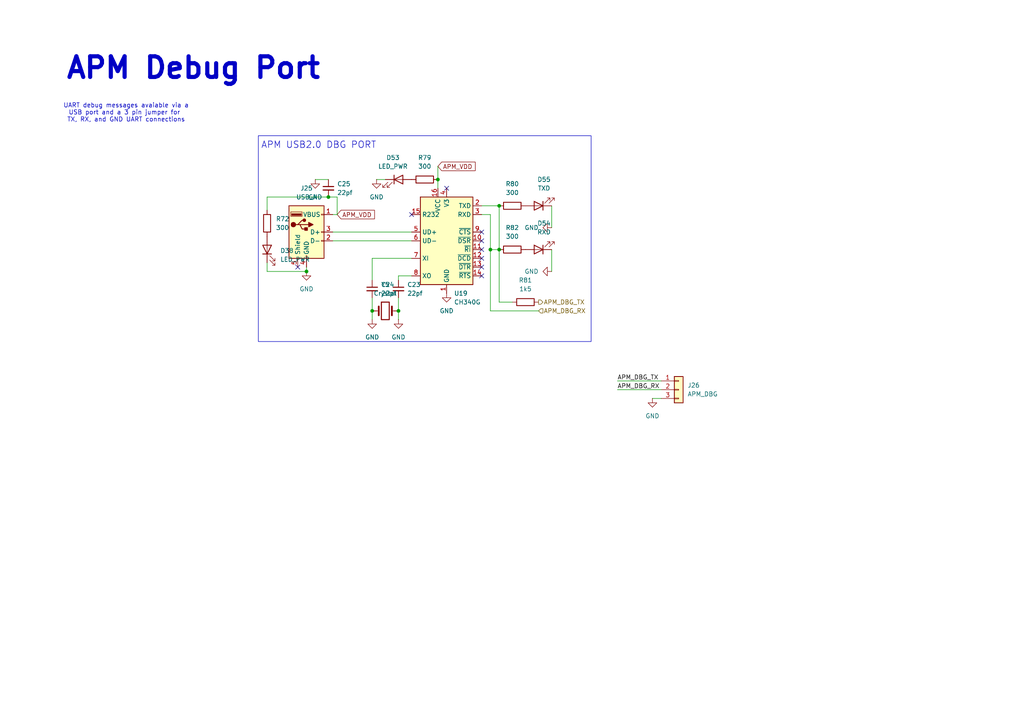
<source format=kicad_sch>
(kicad_sch (version 20250114) (generator "eeschema") (generator_version "9.0")
  (paper "A4")
  (title_block (date "2025-06") (rev "2"))
  (lib_symbols
    (symbol "Connector:USB_A" (pin_names (offset 1.016))
      (property "Reference" "J" (at -5.08 11.43 0))
      (property "Value" "USB_A" (at -5.08 8.89 0))
      (symbol "USB_A_0_1"
        (rectangle (start -5.08 -7.62) (end 5.08 7.62) (stroke (width 0.254)) (fill (type background)))
        (circle (center -3.81 2.159) (radius 0.635) (stroke (width 0.254)) (fill (type outline)))
        (polyline (pts (xy -3.175 2.159) (xy -2.54 2.159) (xy -1.27 3.429) (xy -0.635 3.429)) (stroke (width 0.254)))
        (polyline (pts (xy -2.54 2.159) (xy -1.905 2.159) (xy -1.27 0.889) (xy 0 0.889)) (stroke (width 0.254)))
        (rectangle (start -1.524 4.826) (end -4.318 5.334) (fill (type outline)))
        (rectangle (start -1.27 4.572) (end -4.572 5.842))
        (circle (center -0.635 3.429) (radius 0.381) (stroke (width 0.254)) (fill (type outline)))
        (rectangle (start -0.127 -7.62) (end 0.127 -6.858))
        (rectangle (start 0.254 1.27) (end -0.508 0.508) (stroke (width 0.254)) (fill (type outline)))
        (polyline (pts (xy 0.635 2.794) (xy 0.635 1.524) (xy 1.905 2.159) (xy 0.635 2.794)) (stroke (width 0.254)) (fill (type outline)))
        (rectangle (start 5.08 4.953) (end 4.318 5.207))
        (rectangle (start 5.08 -0.127) (end 4.318 0.127))
        (rectangle (start 5.08 -2.667) (end 4.318 -2.413))
      )
      (symbol "USB_A_1_1"
        (polyline (pts (xy -1.905 2.159) (xy 0.635 2.159)) (stroke (width 0.254)))
        (pin passive line (at -2.54 -10.16 90) (length 2.54) (name "Shield") (number "5"))
        (pin power_in line (at 0 -10.16 90) (length 2.54) (name "GND") (number "4"))
        (pin power_in line (at 7.62 5.08 180) (length 2.54) (name "VBUS") (number "1"))
        (pin bidirectional line (at 7.62 0 180) (length 2.54) (name "D+") (number "3"))
        (pin bidirectional line (at 7.62 -2.54 180) (length 2.54) (name "D-") (number "2"))
      )
    )
    (symbol "Connector_Generic:Conn_01x03" (pin_names (offset 1.016) (hide yes))
      (property "Reference" "J" (at 0 5.08 0))
      (property "Value" "Conn_01x03" (at 0 -5.08 0))
      (symbol "Conn_01x03_1_1"
        (rectangle (start -1.27 3.81) (end 1.27 -3.81) (stroke (width 0.254)) (fill (type background)))
        (rectangle (start -1.27 2.667) (end 0 2.413) (stroke (width 0.1524)))
        (rectangle (start -1.27 0.127) (end 0 -0.127) (stroke (width 0.1524)))
        (rectangle (start -1.27 -2.413) (end 0 -2.667) (stroke (width 0.1524)))
        (pin passive line (at -5.08 2.54 0) (length 3.81) (name "Pin_1") (number "1"))
        (pin passive line (at -5.08 0 0) (length 3.81) (name "Pin_2") (number "2"))
        (pin passive line (at -5.08 -2.54 0) (length 3.81) (name "Pin_3") (number "3"))
      )
    )
    (symbol "Device:C_Small" (pin_numbers (hide yes)) (pin_names (offset 0.254) (hide yes))
      (property "Reference" "C" (at 0.254 1.778 0))
      (property "Value" "C_Small" (at 0.254 -2.032 0))
      (symbol "C_Small_0_1"
        (polyline (pts (xy -1.524 0.508) (xy 1.524 0.508)) (stroke (width 0.3048)))
        (polyline (pts (xy -1.524 -0.508) (xy 1.524 -0.508)) (stroke (width 0.3302)))
      )
      (symbol "C_Small_1_1"
        (pin passive line (at 0 2.54 270) (length 2.032) (name "~") (number "1"))
        (pin passive line (at 0 -2.54 90) (length 2.032) (name "~") (number "2"))
      )
    )
    (symbol "Device:Crystal" (pin_numbers (hide yes)) (pin_names (offset 1.016) (hide yes))
      (property "Reference" "Y" (at 0 3.81 0))
      (property "Value" "Crystal" (at 0 -3.81 0))
      (symbol "Crystal_0_1"
        (polyline (pts (xy -2.54 0) (xy -1.905 0)))
        (polyline (pts (xy -1.905 -1.27) (xy -1.905 1.27)) (stroke (width 0.508)))
        (rectangle (start -1.143 2.54) (end 1.143 -2.54) (stroke (width 0.3048)))
        (polyline (pts (xy 1.905 -1.27) (xy 1.905 1.27)) (stroke (width 0.508)))
        (polyline (pts (xy 2.54 0) (xy 1.905 0)))
      )
      (symbol "Crystal_1_1"
        (pin passive line (at -3.81 0 0) (length 1.27) (name "1") (number "1"))
        (pin passive line (at 3.81 0 180) (length 1.27) (name "2") (number "2"))
      )
    )
    (symbol "Device:LED" (pin_numbers (hide yes)) (pin_names (offset 1.016) (hide yes))
      (property "Reference" "D" (at 0 2.54 0))
      (property "Value" "LED" (at 0 -2.54 0))
      (symbol "LED_0_1"
        (polyline (pts (xy -3.048 -0.762) (xy -4.572 -2.286) (xy -3.81 -2.286) (xy -4.572 -2.286) (xy -4.572 -1.524)))
        (polyline (pts (xy -1.778 -0.762) (xy -3.302 -2.286) (xy -2.54 -2.286) (xy -3.302 -2.286) (xy -3.302 -1.524)))
        (polyline (pts (xy -1.27 0) (xy 1.27 0)))
        (polyline (pts (xy -1.27 -1.27) (xy -1.27 1.27)) (stroke (width 0.254)))
        (polyline (pts (xy 1.27 -1.27) (xy 1.27 1.27) (xy -1.27 0) (xy 1.27 -1.27)) (stroke (width 0.254)))
      )
      (symbol "LED_1_1"
        (pin passive line (at -3.81 0 0) (length 2.54) (name "K") (number "1"))
        (pin passive line (at 3.81 0 180) (length 2.54) (name "A") (number "2"))
      )
    )
    (symbol "Device:R" (pin_numbers (hide yes)) (pin_names (offset 0))
      (property "Reference" "R" (at 2.032 0 90))
      (property "Value" "R" (at 0 0 90))
      (symbol "R_0_1"
        (rectangle (start -1.016 -2.54) (end 1.016 2.54) (stroke (width 0.254)))
      )
      (symbol "R_1_1"
        (pin passive line (at 0 3.81 270) (length 1.27) (name "~") (number "1"))
        (pin passive line (at 0 -3.81 90) (length 1.27) (name "~") (number "2"))
      )
    )
    (symbol "Interface_USB:CH340G"
      (property "Reference" "U" (at -5.08 13.97 0))
      (property "Value" "CH340G" (at 1.27 13.97 0))
      (symbol "CH340G_0_1"
        (rectangle (start -7.62 12.7) (end 7.62 -12.7) (stroke (width 0.254)) (fill (type background)))
      )
      (symbol "CH340G_1_1"
        (pin input line (at -10.16 7.62 0) (length 2.54) (name "R232") (number "15"))
        (pin bidirectional line (at -10.16 2.54 0) (length 2.54) (name "UD+") (number "5"))
        (pin bidirectional line (at -10.16 0 0) (length 2.54) (name "UD-") (number "6"))
        (pin input line (at -10.16 -5.08 0) (length 2.54) (name "XI") (number "7"))
        (pin output line (at -10.16 -10.16 0) (length 2.54) (name "XO") (number "8"))
        (pin power_in line (at -2.54 15.24 270) (length 2.54) (name "VCC") (number "16"))
        (pin power_out line (at 0 15.24 270) (length 2.54) (name "V3") (number "4"))
        (pin power_in line (at 0 -15.24 90) (length 2.54) (name "GND") (number "1"))
        (pin output line (at 10.16 10.16 180) (length 2.54) (name "TXD") (number "2"))
        (pin input line (at 10.16 7.62 180) (length 2.54) (name "RXD") (number "3"))
        (pin input line (at 10.16 2.54 180) (length 2.54) (name "~{CTS}") (number "9"))
        (pin input line (at 10.16 0 180) (length 2.54) (name "~{DSR}") (number "10"))
        (pin input line (at 10.16 -2.54 180) (length 2.54) (name "~{RI}") (number "11"))
        (pin input line (at 10.16 -5.08 180) (length 2.54) (name "~{DCD}") (number "12"))
        (pin output line (at 10.16 -7.62 180) (length 2.54) (name "~{DTR}") (number "13"))
        (pin output line (at 10.16 -10.16 180) (length 2.54) (name "~{RTS}") (number "14"))
      )
    )
    (symbol "power:GND" (power) (pin_numbers (hide yes)) (pin_names (offset 0) (hide yes))
      (property "Value" "GND" (at 0 -3.81 0))
      (symbol "GND_0_1"
        (polyline (pts (xy 0 0) (xy 0 -1.27) (xy 1.27 -1.27) (xy 0 -2.54) (xy -1.27 -1.27) (xy 0 -1.27)))
      )
      (symbol "GND_1_1"
        (pin power_in line (at 0 0 270) (length 0) (name "~") (number "1"))
      )
    )
  )
  (rectangle (start 74.93 39.37) (end 171.45 99.06))
  (text "APM Debug Port" (at 18.796 23.368 0) (effects (font (size 5.9944 5.9944) (thickness 1.1989) (bold yes)) (justify left bottom)))
  (text "APM USB2.0 DBG PORT" (at 92.456 42.164 0) (effects (font (size 1.905 1.905))))
  (text "UART debug messages avaiable via a\nUSB port and a 3 pin jumper for \nTX, RX, and GND UART connections" (at 36.576 32.766 0) (effects (font (size 1.27 1.27))))
  (junction (at 127 52.07))
  (junction (at 142.24 72.39))
  (junction (at 144.78 72.39))
  (junction (at 95.25 57.15))
  (junction (at 88.9 78.74))
  (junction (at 107.95 90.17))
  (junction (at 115.57 90.17))
  (junction (at 144.78 59.69))
  (no_connect (at 139.7 74.93))
  (no_connect (at 139.7 72.39))
  (no_connect (at 139.7 77.47))
  (no_connect (at 139.7 69.85))
  (no_connect (at 139.7 80.01))
  (no_connect (at 86.36 77.47))
  (no_connect (at 119.38 62.23))
  (no_connect (at 139.7 67.31))
  (no_connect (at 129.54 54.61))
  (wire (pts (xy 179.07 113.03) (xy 191.77 113.03)))
  (wire (pts (xy 142.24 72.39) (xy 144.78 72.39)))
  (wire (pts (xy 127 52.07) (xy 127 54.61)))
  (wire (pts (xy 77.47 57.15) (xy 95.25 57.15)))
  (wire (pts (xy 77.47 57.15) (xy 77.47 60.96)))
  (wire (pts (xy 109.22 52.07) (xy 111.76 52.07)))
  (wire (pts (xy 189.23 115.57) (xy 191.77 115.57)))
  (wire (pts (xy 97.79 57.15) (xy 97.79 62.23)))
  (wire (pts (xy 77.47 78.74) (xy 77.47 76.2)))
  (wire (pts (xy 142.24 90.17) (xy 156.21 90.17)))
  (wire (pts (xy 142.24 72.39) (xy 142.24 90.17)))
  (wire (pts (xy 107.95 90.17) (xy 107.95 92.71)))
  (wire (pts (xy 107.95 74.93) (xy 107.95 81.28)))
  (wire (pts (xy 97.79 62.23) (xy 96.52 62.23)))
  (wire (pts (xy 91.44 52.07) (xy 95.25 52.07)))
  (wire (pts (xy 142.24 62.23) (xy 142.24 72.39)))
  (wire (pts (xy 144.78 72.39) (xy 144.78 87.63)))
  (wire (pts (xy 115.57 86.36) (xy 115.57 90.17)))
  (wire (pts (xy 88.9 78.74) (xy 77.47 78.74)))
  (wire (pts (xy 115.57 80.01) (xy 119.38 80.01)))
  (wire (pts (xy 88.9 78.74) (xy 88.9 77.47)))
  (wire (pts (xy 115.57 80.01) (xy 115.57 81.28)))
  (wire (pts (xy 107.95 74.93) (xy 119.38 74.93)))
  (wire (pts (xy 96.52 69.85) (xy 119.38 69.85)))
  (wire (pts (xy 179.07 110.49) (xy 191.77 110.49)))
  (wire (pts (xy 127 48.26) (xy 127 52.07)))
  (wire (pts (xy 96.52 67.31) (xy 119.38 67.31)))
  (wire (pts (xy 95.25 57.15) (xy 97.79 57.15)))
  (wire (pts (xy 144.78 59.69) (xy 144.78 72.39)))
  (wire (pts (xy 139.7 59.69) (xy 144.78 59.69)))
  (wire (pts (xy 144.78 87.63) (xy 148.59 87.63)))
  (wire (pts (xy 160.02 59.69) (xy 160.02 66.04)))
  (wire (pts (xy 160.02 72.39) (xy 160.02 78.74)))
  (wire (pts (xy 115.57 90.17) (xy 115.57 92.71)))
  (wire (pts (xy 107.95 86.36) (xy 107.95 90.17)))
  (wire (pts (xy 139.7 62.23) (xy 142.24 62.23)))
  (label "APM_DBG_RX" (at 179.07 113.03 0))
  (label "APM_DBG_TX" (at 179.07 110.49 0))
  (global_label "APM_VDD" (shape input) (at 127 48.26 0) (property "Intersheetrefs" "${INTERSHEET_REFS}" (effects (hide yes))))
  (global_label "APM_VDD" (shape input) (at 97.79 62.23 0) (property "Intersheetrefs" "${INTERSHEET_REFS}" (effects (hide yes))))
  (hierarchical_label "APM_DBG_TX" (shape output) (at 156.21 87.63 0))
  (hierarchical_label "APM_DBG_RX" (shape input) (at 156.21 90.17 0))
  (symbol (lib_id "Connector_Generic:Conn_01x03") (at 196.85 113.03 0) (unit 1)
    (property "Reference" "J26" (at 199.39 111.7599 0) (effects (justify left)))
    (property "Value" "APM_DBG" (at 199.39 114.2999 0) (effects (justify left)))
    (property "Footprint" "Connector_PinHeader_1.00mm:PinHeader_1x03_P1.00mm_Horizontal" (effects (hide yes)))
    (property "Description" "Generic connector, single row, 01x03, script generated (kicad-library-utils/schlib/autogen/connector/)" (effects (hide yes)))
  )
  (symbol (lib_id "power:GND") (at 91.44 52.07 0) (unit 1)
    (property "Reference" "#PWR0177" (effects (hide yes)))
    (property "Value" "GND" (at 91.44 57.15 0))
    (property "Description" "Power symbol creates a global label with name \"GND\" , ground" (effects (hide yes)))
  )
  (symbol (lib_id "Device:R") (at 152.4 87.63 90) (unit 1)
    (property "Reference" "R81" (at 152.4 81.28 90))
    (property "Value" "1k5" (at 152.4 83.82 90))
    (property "Footprint" "Resistor_SMD:R_0805_2012Metric_Pad1.20x1.40mm_HandSolder" (effects (hide yes)))
    (property "Description" "Resistor" (effects (hide yes)))
    (property "DigiKey_Part_Number" "311-10.0KCRCT-ND" (effects (hide yes)))
    (property "Price" "0.0129" (effects (hide yes)))
  )
  (symbol (lib_id "Device:R") (at 148.59 59.69 90) (unit 1)
    (property "Reference" "R80" (at 148.59 53.34 90))
    (property "Value" "300" (at 148.59 55.88 90))
    (property "Footprint" "Resistor_SMD:R_0805_2012Metric_Pad1.20x1.40mm_HandSolder" (effects (hide yes)))
    (property "Description" "Resistor" (effects (hide yes)))
    (property "DigiKey_Part_Number" "311-10.0KCRCT-ND" (effects (hide yes)))
    (property "Price" "0.0129" (effects (hide yes)))
  )
  (symbol (lib_id "Device:LED") (at 156.21 72.39 180) (unit 1)
    (property "Reference" "D54" (at 157.7975 64.77 0))
    (property "Value" "RXD" (at 157.7975 67.31 0))
    (property "Footprint" "LED_SMD:LED_0603_1608Metric" (effects (hide yes)))
    (property "Description" "Light emitting diode" (effects (hide yes)))
    (property "Sim.Pins" "1=K 2=A" (effects (hide yes)))
  )
  (symbol (lib_id "Device:R") (at 77.47 64.77 180) (unit 1)
    (property "Reference" "R72" (at 80.01 63.4999 0) (effects (justify right)))
    (property "Value" "300" (at 80.01 66.0399 0) (effects (justify right)))
    (property "Footprint" "Resistor_SMD:R_0805_2012Metric_Pad1.20x1.40mm_HandSolder" (effects (hide yes)))
    (property "Description" "Resistor" (effects (hide yes)))
    (property "DigiKey_Part_Number" "311-10.0KCRCT-ND" (effects (hide yes)))
    (property "Price" "0.0129" (effects (hide yes)))
  )
  (symbol (lib_id "Device:C_Small") (at 95.25 54.61 0) (unit 1)
    (property "Reference" "C25" (at 97.79 53.3462 0) (effects (justify left)))
    (property "Value" "22pf" (at 97.79 55.8862 0) (effects (justify left)))
    (property "Footprint" "Capacitor_SMD:C_0805_2012Metric" (effects (hide yes)))
    (property "Description" "Unpolarized capacitor, small symbol" (effects (hide yes)))
  )
  (symbol (lib_id "Device:C_Small") (at 107.95 83.82 0) (unit 1)
    (property "Reference" "C24" (at 110.49 82.5562 0) (effects (justify left)))
    (property "Value" "22pf" (at 110.49 85.0962 0) (effects (justify left)))
    (property "Footprint" "Capacitor_SMD:C_0805_2012Metric" (effects (hide yes)))
    (property "Description" "Unpolarized capacitor, small symbol" (effects (hide yes)))
  )
  (symbol (lib_id "power:GND") (at 189.23 115.57 0) (unit 1)
    (property "Reference" "#PWR098" (effects (hide yes)))
    (property "Value" "GND" (at 189.23 120.65 0))
    (property "Description" "Power symbol creates a global label with name \"GND\" , ground" (effects (hide yes)))
  )
  (symbol (lib_id "power:GND") (at 107.95 92.71 0) (mirror y) (unit 1)
    (property "Reference" "#PWR0142" (effects (hide yes)))
    (property "Value" "GND" (at 107.95 97.79 0))
    (property "Description" "Power symbol creates a global label with name \"GND\" , ground" (effects (hide yes)))
  )
  (symbol (lib_id "power:GND") (at 88.9 78.74 0) (unit 1)
    (property "Reference" "#PWR0141" (effects (hide yes)))
    (property "Value" "GND" (at 88.9 83.82 0))
    (property "Description" "Power symbol creates a global label with name \"GND\" , ground" (effects (hide yes)))
  )
  (symbol (lib_id "Device:R") (at 148.59 72.39 90) (unit 1)
    (property "Reference" "R82" (at 148.59 66.04 90))
    (property "Value" "300" (at 148.59 68.58 90))
    (property "Footprint" "Resistor_SMD:R_0805_2012Metric_Pad1.20x1.40mm_HandSolder" (effects (hide yes)))
    (property "Description" "Resistor" (effects (hide yes)))
    (property "DigiKey_Part_Number" "311-10.0KCRCT-ND" (effects (hide yes)))
    (property "Price" "0.0129" (effects (hide yes)))
  )
  (symbol (lib_id "power:GND") (at 115.57 92.71 0) (mirror y) (unit 1)
    (property "Reference" "#PWR0144" (effects (hide yes)))
    (property "Value" "GND" (at 115.57 97.79 0))
    (property "Description" "Power symbol creates a global label with name \"GND\" , ground" (effects (hide yes)))
  )
  (symbol (lib_id "Device:R") (at 123.19 52.07 90) (unit 1)
    (property "Reference" "R79" (at 123.19 45.72 90))
    (property "Value" "300" (at 123.19 48.26 90))
    (property "Footprint" "Resistor_SMD:R_0805_2012Metric_Pad1.20x1.40mm_HandSolder" (effects (hide yes)))
    (property "Description" "Resistor" (effects (hide yes)))
    (property "DigiKey_Part_Number" "311-10.0KCRCT-ND" (effects (hide yes)))
    (property "Price" "0.0129" (effects (hide yes)))
  )
  (symbol (lib_id "Device:LED") (at 77.47 72.39 90) (unit 1)
    (property "Reference" "D38" (at 81.28 72.7074 90) (effects (justify right)))
    (property "Value" "LED_PWR" (at 81.28 75.2474 90) (effects (justify right)))
    (property "Footprint" "LED_SMD:LED_0603_1608Metric" (effects (hide yes)))
    (property "Description" "Light emitting diode" (effects (hide yes)))
    (property "Sim.Pins" "1=K 2=A" (effects (hide yes)))
  )
  (symbol (lib_id "power:GND") (at 129.54 85.09 0) (mirror y) (unit 1)
    (property "Reference" "#PWR0145" (effects (hide yes)))
    (property "Value" "GND" (at 129.54 90.17 0))
    (property "Description" "Power symbol creates a global label with name \"GND\" , ground" (effects (hide yes)))
  )
  (symbol (lib_id "Device:Crystal") (at 111.76 90.17 0) (unit 1)
    (property "Reference" "Y5" (at 111.76 82.55 0))
    (property "Value" "Crystal" (at 111.76 85.09 0))
    (property "Description" "Two pin crystal" (effects (hide yes)))
  )
  (symbol (lib_id "Connector:USB_A") (at 88.9 67.31 0) (unit 1)
    (property "Reference" "J25" (at 88.9 54.61 0))
    (property "Value" "USB_A" (at 88.9 57.15 0))
    (property "Footprint" "Connector_USB:USB_A_CNCTech_1001-011-01101_Horizontal" (effects (hide yes)))
    (property "Description" "USB Type A connector" (effects (hide yes)))
  )
  (symbol (lib_id "Device:C_Small") (at 115.57 83.82 0) (unit 1)
    (property "Reference" "C23" (at 118.11 82.5562 0) (effects (justify left)))
    (property "Value" "22pf" (at 118.11 85.0962 0) (effects (justify left)))
    (property "Footprint" "Capacitor_SMD:C_0805_2012Metric" (effects (hide yes)))
    (property "Description" "Unpolarized capacitor, small symbol" (effects (hide yes)))
  )
  (symbol (lib_id "Device:LED") (at 156.21 59.69 180) (unit 1)
    (property "Reference" "D55" (at 157.7975 52.07 0))
    (property "Value" "TXD" (at 157.7975 54.61 0))
    (property "Footprint" "LED_SMD:LED_0603_1608Metric" (effects (hide yes)))
    (property "Description" "Light emitting diode" (effects (hide yes)))
    (property "Sim.Pins" "1=K 2=A" (effects (hide yes)))
  )
  (symbol (lib_id "power:GND") (at 109.22 52.07 0) (mirror y) (unit 1)
    (property "Reference" "#PWR0143" (effects (hide yes)))
    (property "Value" "GND" (at 109.22 57.15 0))
    (property "Description" "Power symbol creates a global label with name \"GND\" , ground" (effects (hide yes)))
  )
  (symbol (lib_id "Interface_USB:CH340G") (at 129.54 69.85 0) (unit 1)
    (property "Reference" "U19" (at 131.6833 85.09 0) (effects (justify left)))
    (property "Value" "CH340G" (at 131.6833 87.63 0) (effects (justify left)))
    (property "Footprint" "Package_SO:SOIC-16_3.9x9.9mm_P1.27mm" (effects (hide yes)))
    (property "Datasheet" "http://www.datasheet5.com/pdf-local-2195953" (effects (hide yes)))
    (property "Description" "USB serial converter, UART, SOIC-16" (effects (hide yes)))
  )
  (symbol (lib_id "Device:LED") (at 115.57 52.07 0) (unit 1)
    (property "Reference" "D53" (at 113.9825 45.72 0))
    (property "Value" "LED_PWR" (at 113.9825 48.26 0))
    (property "Footprint" "LED_SMD:LED_0603_1608Metric" (effects (hide yes)))
    (property "Description" "Light emitting diode" (effects (hide yes)))
    (property "Sim.Pins" "1=K 2=A" (effects (hide yes)))
  )
  (symbol (lib_id "power:GND") (at 160.02 66.04 270) (mirror x) (unit 1)
    (property "Reference" "#PWR0146" (effects (hide yes)))
    (property "Value" "GND" (at 156.21 66.0399 90) (effects (justify right)))
    (property "Description" "Power symbol creates a global label with name \"GND\" , ground" (effects (hide yes)))
  )
  (symbol (lib_id "power:GND") (at 160.02 78.74 270) (mirror x) (unit 1)
    (property "Reference" "#PWR0147" (effects (hide yes)))
    (property "Value" "GND" (at 156.21 78.7399 90) (effects (justify right)))
    (property "Description" "Power symbol creates a global label with name \"GND\" , ground" (effects (hide yes)))
  )
)
</source>
